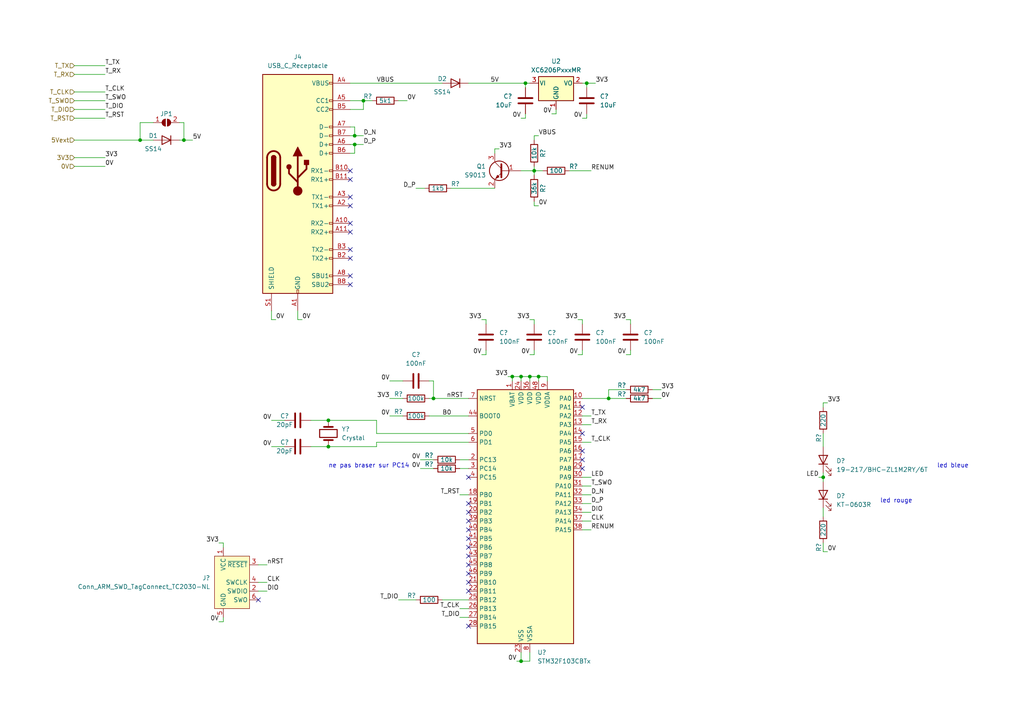
<source format=kicad_sch>
(kicad_sch (version 20230121) (generator eeschema)
  (paper "A4")
  (lib_symbols
    (symbol "Connector:Conn_ARM_SWD_TagConnect_TC2030-NL" (in_bom no)
      (property "Reference" "J" (at 2.54 11.43 0))
      (property "Value" "Conn_ARM_SWD_TagConnect_TC2030-NL" (at 2.54 8.89 0))
      (symbol "Conn_ARM_SWD_TagConnect_TC2030-NL_0_0"
        (pin power_in line (at -2.54 10.16 270) (length 2.54) (name "VCC") (number "1"))
        (pin bidirectional line (at 7.62 -2.54 180) (length 2.54) (name "SWDIO") (number "2"))
        (pin open_collector line (at 7.62 5.08 180) (length 2.54) (name "~{RESET}") (number "3"))
        (pin output line (at 7.62 0 180) (length 2.54) (name "SWCLK") (number "4"))
        (pin power_in line (at -2.54 -10.16 90) (length 2.54) (name "GND") (number "5"))
        (pin input line (at 7.62 -5.08 180) (length 2.54) (name "SWO") (number "6"))
      )
      (symbol "Conn_ARM_SWD_TagConnect_TC2030-NL_0_1"
        (rectangle (start -5.08 7.62) (end 5.08 -7.62) (fill (type background)))
      )
    )
    (symbol "Connector:USB_C_Receptacle" (pin_names (offset 1.016))
      (property "Reference" "J" (at -10.16 29.21 0))
      (property "Value" "USB_C_Receptacle" (at 10.16 29.21 0))
      (symbol "USB_C_Receptacle_0_0"
        (rectangle (start -0.254 -35.56) (end 0.254 -34.544))
        (rectangle (start 10.16 -32.766) (end 9.144 -33.274))
        (rectangle (start 10.16 -30.226) (end 9.144 -30.734))
        (rectangle (start 10.16 -25.146) (end 9.144 -25.654))
        (rectangle (start 10.16 -22.606) (end 9.144 -23.114))
        (rectangle (start 10.16 -17.526) (end 9.144 -18.034))
        (rectangle (start 10.16 -14.986) (end 9.144 -15.494))
        (rectangle (start 10.16 -9.906) (end 9.144 -10.414))
        (rectangle (start 10.16 -7.366) (end 9.144 -7.874))
        (rectangle (start 10.16 -2.286) (end 9.144 -2.794))
        (rectangle (start 10.16 0.254) (end 9.144 -0.254))
        (rectangle (start 10.16 5.334) (end 9.144 4.826))
        (rectangle (start 10.16 7.874) (end 9.144 7.366))
        (rectangle (start 10.16 10.414) (end 9.144 9.906))
        (rectangle (start 10.16 12.954) (end 9.144 12.446))
        (rectangle (start 10.16 18.034) (end 9.144 17.526))
        (rectangle (start 10.16 20.574) (end 9.144 20.066))
        (rectangle (start 10.16 25.654) (end 9.144 25.146))
      )
      (symbol "USB_C_Receptacle_0_1"
        (rectangle (start -10.16 27.94) (end 10.16 -35.56) (stroke (width 0.254)) (fill (type background)))
        (arc (start -8.89 -3.81) (mid -6.985 -5.7067) (end -5.08 -3.81) (stroke (width 0.508)))
        (arc (start -7.62 -3.81) (mid -6.985 -4.4423) (end -6.35 -3.81) (stroke (width 0.254)))
        (arc (start -7.62 -3.81) (mid -6.985 -4.4423) (end -6.35 -3.81) (stroke (width 0.254)) (fill (type outline)))
        (rectangle (start -7.62 -3.81) (end -6.35 3.81) (stroke (width 0.254)) (fill (type outline)))
        (arc (start -6.35 3.81) (mid -6.985 4.4423) (end -7.62 3.81) (stroke (width 0.254)))
        (arc (start -6.35 3.81) (mid -6.985 4.4423) (end -7.62 3.81) (stroke (width 0.254)) (fill (type outline)))
        (arc (start -5.08 3.81) (mid -6.985 5.7067) (end -8.89 3.81) (stroke (width 0.508)))
        (polyline (pts (xy -8.89 -3.81) (xy -8.89 3.81)) (stroke (width 0.508)))
        (polyline (pts (xy -5.08 3.81) (xy -5.08 -3.81)) (stroke (width 0.508)))
      )
      (symbol "USB_C_Receptacle_1_1"
        (circle (center -2.54 1.143) (radius 0.635) (stroke (width 0.254)) (fill (type outline)))
        (circle (center 0 -5.842) (radius 1.27) (fill (type outline)))
        (polyline (pts (xy 0 -5.842) (xy 0 4.318)) (stroke (width 0.508)))
        (polyline (pts (xy 0 -3.302) (xy -2.54 -0.762) (xy -2.54 0.508)) (stroke (width 0.508)))
        (polyline (pts (xy 0 -2.032) (xy 2.54 0.508) (xy 2.54 1.778)) (stroke (width 0.508)))
        (polyline (pts (xy -1.27 4.318) (xy 0 6.858) (xy 1.27 4.318) (xy -1.27 4.318)) (stroke (width 0.254)) (fill (type outline)))
        (rectangle (start 1.905 1.778) (end 3.175 3.048) (stroke (width 0.254)) (fill (type outline)))
        (pin passive line (at 0 -40.64 90) (length 5.08) (name "GND") (number "A1"))
        (pin bidirectional line (at 15.24 -15.24 180) (length 5.08) (name "RX2-") (number "A10"))
        (pin bidirectional line (at 15.24 -17.78 180) (length 5.08) (name "RX2+") (number "A11"))
        (pin passive line (at 0 -40.64 90) (length 5.08) hide (name "GND") (number "A12"))
        (pin bidirectional line (at 15.24 -10.16 180) (length 5.08) (name "TX1+") (number "A2"))
        (pin bidirectional line (at 15.24 -7.62 180) (length 5.08) (name "TX1-") (number "A3"))
        (pin passive line (at 15.24 25.4 180) (length 5.08) (name "VBUS") (number "A4"))
        (pin bidirectional line (at 15.24 20.32 180) (length 5.08) (name "CC1") (number "A5"))
        (pin bidirectional line (at 15.24 7.62 180) (length 5.08) (name "D+") (number "A6"))
        (pin bidirectional line (at 15.24 12.7 180) (length 5.08) (name "D-") (number "A7"))
        (pin bidirectional line (at 15.24 -30.48 180) (length 5.08) (name "SBU1") (number "A8"))
        (pin passive line (at 15.24 25.4 180) (length 5.08) hide (name "VBUS") (number "A9"))
        (pin passive line (at 0 -40.64 90) (length 5.08) hide (name "GND") (number "B1"))
        (pin bidirectional line (at 15.24 0 180) (length 5.08) (name "RX1-") (number "B10"))
        (pin bidirectional line (at 15.24 -2.54 180) (length 5.08) (name "RX1+") (number "B11"))
        (pin passive line (at 0 -40.64 90) (length 5.08) hide (name "GND") (number "B12"))
        (pin bidirectional line (at 15.24 -25.4 180) (length 5.08) (name "TX2+") (number "B2"))
        (pin bidirectional line (at 15.24 -22.86 180) (length 5.08) (name "TX2-") (number "B3"))
        (pin passive line (at 15.24 25.4 180) (length 5.08) hide (name "VBUS") (number "B4"))
        (pin bidirectional line (at 15.24 17.78 180) (length 5.08) (name "CC2") (number "B5"))
        (pin bidirectional line (at 15.24 5.08 180) (length 5.08) (name "D+") (number "B6"))
        (pin bidirectional line (at 15.24 10.16 180) (length 5.08) (name "D-") (number "B7"))
        (pin bidirectional line (at 15.24 -33.02 180) (length 5.08) (name "SBU2") (number "B8"))
        (pin passive line (at 15.24 25.4 180) (length 5.08) hide (name "VBUS") (number "B9"))
        (pin passive line (at -7.62 -40.64 90) (length 5.08) (name "SHIELD") (number "S1"))
      )
    )
    (symbol "Device:C" (pin_numbers hide) (pin_names (offset 0.254))
      (property "Reference" "C" (at 0.635 2.54 0))
      (property "Value" "C" (at 0.635 -2.54 0))
      (symbol "C_0_1"
        (polyline (pts (xy -2.032 -0.762) (xy 2.032 -0.762)) (stroke (width 0.508)))
        (polyline (pts (xy -2.032 0.762) (xy 2.032 0.762)) (stroke (width 0.508)))
      )
      (symbol "C_1_1"
        (pin passive line (at 0 3.81 270) (length 2.794) (name "~") (number "1"))
        (pin passive line (at 0 -3.81 90) (length 2.794) (name "~") (number "2"))
      )
    )
    (symbol "Device:Crystal" (pin_numbers hide) (pin_names (offset 1.016) hide)
      (property "Reference" "Y" (at 0 3.81 0))
      (property "Value" "Crystal" (at 0 -3.81 0))
      (symbol "Crystal_0_1"
        (rectangle (start -1.143 2.54) (end 1.143 -2.54) (stroke (width 0.3048)))
        (polyline (pts (xy -2.54 0) (xy -1.905 0)))
        (polyline (pts (xy -1.905 -1.27) (xy -1.905 1.27)) (stroke (width 0.508)))
        (polyline (pts (xy 1.905 -1.27) (xy 1.905 1.27)) (stroke (width 0.508)))
        (polyline (pts (xy 2.54 0) (xy 1.905 0)))
      )
      (symbol "Crystal_1_1"
        (pin passive line (at -3.81 0 0) (length 1.27) (name "1") (number "1"))
        (pin passive line (at 3.81 0 180) (length 1.27) (name "2") (number "2"))
      )
    )
    (symbol "Device:D" (pin_numbers hide) (pin_names (offset 1.016) hide)
      (property "Reference" "D" (at 0 2.54 0))
      (property "Value" "D" (at 0 -2.54 0))
      (symbol "D_0_1"
        (polyline (pts (xy -1.27 1.27) (xy -1.27 -1.27)) (stroke (width 0.254)))
        (polyline (pts (xy 1.27 0) (xy -1.27 0)))
        (polyline (pts (xy 1.27 1.27) (xy 1.27 -1.27) (xy -1.27 0) (xy 1.27 1.27)) (stroke (width 0.254)))
      )
      (symbol "D_1_1"
        (pin passive line (at -3.81 0 0) (length 2.54) (name "K") (number "1"))
        (pin passive line (at 3.81 0 180) (length 2.54) (name "A") (number "2"))
      )
    )
    (symbol "Device:LED" (pin_numbers hide) (pin_names (offset 1.016) hide)
      (property "Reference" "D" (at 0 2.54 0))
      (property "Value" "LED" (at 0 -2.54 0))
      (symbol "LED_0_1"
        (polyline (pts (xy -1.27 -1.27) (xy -1.27 1.27)) (stroke (width 0.254)))
        (polyline (pts (xy -1.27 0) (xy 1.27 0)))
        (polyline (pts (xy 1.27 -1.27) (xy 1.27 1.27) (xy -1.27 0) (xy 1.27 -1.27)) (stroke (width 0.254)))
        (polyline (pts (xy -3.048 -0.762) (xy -4.572 -2.286) (xy -3.81 -2.286) (xy -4.572 -2.286) (xy -4.572 -1.524)))
        (polyline (pts (xy -1.778 -0.762) (xy -3.302 -2.286) (xy -2.54 -2.286) (xy -3.302 -2.286) (xy -3.302 -1.524)))
      )
      (symbol "LED_1_1"
        (pin passive line (at -3.81 0 0) (length 2.54) (name "K") (number "1"))
        (pin passive line (at 3.81 0 180) (length 2.54) (name "A") (number "2"))
      )
    )
    (symbol "Device:R" (pin_numbers hide) (pin_names (offset 0))
      (property "Reference" "R" (at 2.032 0 90))
      (property "Value" "R" (at 0 0 90))
      (symbol "R_0_1"
        (rectangle (start -1.016 -2.54) (end 1.016 2.54) (stroke (width 0.254)))
      )
      (symbol "R_1_1"
        (pin passive line (at 0 3.81 270) (length 1.27) (name "~") (number "1"))
        (pin passive line (at 0 -3.81 90) (length 1.27) (name "~") (number "2"))
      )
    )
    (symbol "Jumper:SolderJumper_2_Open" (pin_names (offset 0) hide)
      (property "Reference" "JP" (at 0 2.032 0))
      (property "Value" "SolderJumper_2_Open" (at 0 -2.54 0))
      (symbol "SolderJumper_2_Open_0_1"
        (arc (start -0.254 1.016) (mid -1.2656 0) (end -0.254 -1.016))
        (arc (start -0.254 1.016) (mid -1.2656 0) (end -0.254 -1.016) (fill (type outline)))
        (polyline (pts (xy -0.254 1.016) (xy -0.254 -1.016)))
        (polyline (pts (xy 0.254 1.016) (xy 0.254 -1.016)))
        (arc (start 0.254 -1.016) (mid 1.2656 0) (end 0.254 1.016))
        (arc (start 0.254 -1.016) (mid 1.2656 0) (end 0.254 1.016) (fill (type outline)))
      )
      (symbol "SolderJumper_2_Open_1_1"
        (pin passive line (at -3.81 0 0) (length 2.54) (name "A") (number "1"))
        (pin passive line (at 3.81 0 180) (length 2.54) (name "B") (number "2"))
      )
    )
    (symbol "MCU_ST_STM32F1:STM32F103CBTx"
      (property "Reference" "U" (at -12.7 39.37 0))
      (property "Value" "STM32F103CBTx" (at 10.16 39.37 0))
      (symbol "STM32F103CBTx_0_1"
        (rectangle (start -12.7 -35.56) (end 15.24 38.1) (stroke (width 0.254)) (fill (type background)))
      )
      (symbol "STM32F103CBTx_1_1"
        (pin power_in line (at -2.54 40.64 270) (length 2.54) (name "VBAT") (number "1"))
        (pin bidirectional line (at 17.78 35.56 180) (length 2.54) (name "PA0") (number "10"))
        (pin bidirectional line (at 17.78 33.02 180) (length 2.54) (name "PA1") (number "11"))
        (pin bidirectional line (at 17.78 30.48 180) (length 2.54) (name "PA2") (number "12"))
        (pin bidirectional line (at 17.78 27.94 180) (length 2.54) (name "PA3") (number "13"))
        (pin bidirectional line (at 17.78 25.4 180) (length 2.54) (name "PA4") (number "14"))
        (pin bidirectional line (at 17.78 22.86 180) (length 2.54) (name "PA5") (number "15"))
        (pin bidirectional line (at 17.78 20.32 180) (length 2.54) (name "PA6") (number "16"))
        (pin bidirectional line (at 17.78 17.78 180) (length 2.54) (name "PA7") (number "17"))
        (pin bidirectional line (at -15.24 7.62 0) (length 2.54) (name "PB0") (number "18"))
        (pin bidirectional line (at -15.24 5.08 0) (length 2.54) (name "PB1") (number "19"))
        (pin bidirectional line (at -15.24 17.78 0) (length 2.54) (name "PC13") (number "2"))
        (pin bidirectional line (at -15.24 2.54 0) (length 2.54) (name "PB2") (number "20"))
        (pin bidirectional line (at -15.24 -17.78 0) (length 2.54) (name "PB10") (number "21"))
        (pin bidirectional line (at -15.24 -20.32 0) (length 2.54) (name "PB11") (number "22"))
        (pin power_in line (at 0 -38.1 90) (length 2.54) (name "VSS") (number "23"))
        (pin power_in line (at 0 40.64 270) (length 2.54) (name "VDD") (number "24"))
        (pin bidirectional line (at -15.24 -22.86 0) (length 2.54) (name "PB12") (number "25"))
        (pin bidirectional line (at -15.24 -25.4 0) (length 2.54) (name "PB13") (number "26"))
        (pin bidirectional line (at -15.24 -27.94 0) (length 2.54) (name "PB14") (number "27"))
        (pin bidirectional line (at -15.24 -30.48 0) (length 2.54) (name "PB15") (number "28"))
        (pin bidirectional line (at 17.78 15.24 180) (length 2.54) (name "PA8") (number "29"))
        (pin bidirectional line (at -15.24 15.24 0) (length 2.54) (name "PC14") (number "3"))
        (pin bidirectional line (at 17.78 12.7 180) (length 2.54) (name "PA9") (number "30"))
        (pin bidirectional line (at 17.78 10.16 180) (length 2.54) (name "PA10") (number "31"))
        (pin bidirectional line (at 17.78 7.62 180) (length 2.54) (name "PA11") (number "32"))
        (pin bidirectional line (at 17.78 5.08 180) (length 2.54) (name "PA12") (number "33"))
        (pin bidirectional line (at 17.78 2.54 180) (length 2.54) (name "PA13") (number "34"))
        (pin passive line (at 0 -38.1 90) (length 2.54) hide (name "VSS") (number "35"))
        (pin power_in line (at 2.54 40.64 270) (length 2.54) (name "VDD") (number "36"))
        (pin bidirectional line (at 17.78 0 180) (length 2.54) (name "PA14") (number "37"))
        (pin bidirectional line (at 17.78 -2.54 180) (length 2.54) (name "PA15") (number "38"))
        (pin bidirectional line (at -15.24 0 0) (length 2.54) (name "PB3") (number "39"))
        (pin bidirectional line (at -15.24 12.7 0) (length 2.54) (name "PC15") (number "4"))
        (pin bidirectional line (at -15.24 -2.54 0) (length 2.54) (name "PB4") (number "40"))
        (pin bidirectional line (at -15.24 -5.08 0) (length 2.54) (name "PB5") (number "41"))
        (pin bidirectional line (at -15.24 -7.62 0) (length 2.54) (name "PB6") (number "42"))
        (pin bidirectional line (at -15.24 -10.16 0) (length 2.54) (name "PB7") (number "43"))
        (pin input line (at -15.24 30.48 0) (length 2.54) (name "BOOT0") (number "44"))
        (pin bidirectional line (at -15.24 -12.7 0) (length 2.54) (name "PB8") (number "45"))
        (pin bidirectional line (at -15.24 -15.24 0) (length 2.54) (name "PB9") (number "46"))
        (pin passive line (at 0 -38.1 90) (length 2.54) hide (name "VSS") (number "47"))
        (pin power_in line (at 5.08 40.64 270) (length 2.54) (name "VDD") (number "48"))
        (pin bidirectional line (at -15.24 25.4 0) (length 2.54) (name "PD0") (number "5"))
        (pin bidirectional line (at -15.24 22.86 0) (length 2.54) (name "PD1") (number "6"))
        (pin input line (at -15.24 35.56 0) (length 2.54) (name "NRST") (number "7"))
        (pin power_in line (at 2.54 -38.1 90) (length 2.54) (name "VSSA") (number "8"))
        (pin power_in line (at 7.62 40.64 270) (length 2.54) (name "VDDA") (number "9"))
      )
    )
    (symbol "Regulator_Linear:XC6206PxxxMR" (pin_names (offset 0.254))
      (property "Reference" "U" (at -3.81 3.175 0))
      (property "Value" "XC6206PxxxMR" (at 0 3.175 0))
      (symbol "XC6206PxxxMR_0_1"
        (rectangle (start -5.08 1.905) (end 5.08 -5.08) (stroke (width 0.254)) (fill (type background)))
      )
      (symbol "XC6206PxxxMR_1_1"
        (pin power_in line (at 0 -7.62 90) (length 2.54) (name "GND") (number "1"))
        (pin power_out line (at 7.62 0 180) (length 2.54) (name "VO") (number "2"))
        (pin power_in line (at -7.62 0 0) (length 2.54) (name "VI") (number "3"))
      )
    )
    (symbol "Transistor_BJT:BC817" (pin_names (offset 0) hide)
      (property "Reference" "Q" (at 5.08 1.905 0))
      (property "Value" "BC817" (at 5.08 0 0))
      (symbol "BC817_0_1"
        (polyline (pts (xy 0.635 0.635) (xy 2.54 2.54)))
        (polyline (pts (xy 0.635 -0.635) (xy 2.54 -2.54) (xy 2.54 -2.54)))
        (polyline (pts (xy 0.635 1.905) (xy 0.635 -1.905) (xy 0.635 -1.905)) (stroke (width 0.508)))
        (polyline (pts (xy 1.27 -1.778) (xy 1.778 -1.27) (xy 2.286 -2.286) (xy 1.27 -1.778) (xy 1.27 -1.778)) (fill (type outline)))
        (circle (center 1.27 0) (radius 2.8194) (stroke (width 0.254)))
      )
      (symbol "BC817_1_1"
        (pin input line (at -5.08 0 0) (length 5.715) (name "B") (number "1"))
        (pin passive line (at 2.54 -5.08 90) (length 2.54) (name "E") (number "2"))
        (pin passive line (at 2.54 5.08 270) (length 2.54) (name "C") (number "3"))
      )
    )
  )
  (junction (at 154.94 49.53))
  (junction (at 40.64 40.64))
  (junction (at 95.25 121.92))
  (junction (at 151.13 191.77))
  (junction (at 95.25 129.54))
  (junction (at 125.73 115.57))
  (junction (at 151.13 109.22))
  (junction (at 152.4 24.13))
  (junction (at 153.67 109.22))
  (junction (at 102.87 39.37))
  (junction (at 170.18 24.13))
  (junction (at 176.53 115.57))
  (junction (at 105.41 29.21))
  (junction (at 156.21 109.22))
  (junction (at 102.87 41.91))
  (junction (at 238.76 138.43))
  (junction (at 148.59 109.22))
  (junction (at 53.34 40.64))
  (no_connect (at 101.6 82.55))
  (no_connect (at 168.91 133.35))
  (no_connect (at 168.91 125.73))
  (no_connect (at 135.89 151.13))
  (no_connect (at 168.91 135.89))
  (no_connect (at 135.89 158.75))
  (no_connect (at 135.89 148.59))
  (no_connect (at 135.89 168.91))
  (no_connect (at 168.91 118.11))
  (no_connect (at 135.89 138.43))
  (no_connect (at 101.6 52.07))
  (no_connect (at 101.6 59.69))
  (no_connect (at 135.89 153.67))
  (no_connect (at 135.89 166.37))
  (no_connect (at 135.89 146.05))
  (no_connect (at 135.89 171.45))
  (no_connect (at 101.6 80.01))
  (no_connect (at 101.6 67.31))
  (no_connect (at 135.89 181.61))
  (no_connect (at 101.6 64.77))
  (no_connect (at 135.89 156.21))
  (no_connect (at 135.89 163.83))
  (no_connect (at 135.89 161.29))
  (no_connect (at 168.91 130.81))
  (no_connect (at 101.6 57.15))
  (no_connect (at 101.6 49.53))
  (no_connect (at 101.6 74.93))
  (no_connect (at 101.6 72.39))
  (no_connect (at 74.93 173.99))
  (wire (pts (xy 102.87 39.37) (xy 105.41 39.37)))
  (wire (pts (xy 144.78 43.18) (xy 143.51 43.18)))
  (wire (pts (xy 21.59 29.21) (xy 30.48 29.21)))
  (wire (pts (xy 113.03 120.65) (xy 116.84 120.65)))
  (wire (pts (xy 151.13 34.29) (xy 152.4 34.29)))
  (wire (pts (xy 78.74 90.17) (xy 78.74 92.71)))
  (wire (pts (xy 109.22 129.54) (xy 109.22 128.27)))
  (wire (pts (xy 124.46 110.49) (xy 125.73 110.49)))
  (wire (pts (xy 153.67 92.71) (xy 154.94 92.71)))
  (wire (pts (xy 21.59 48.26) (xy 30.48 48.26)))
  (wire (pts (xy 182.88 92.71) (xy 182.88 93.98)))
  (wire (pts (xy 181.61 92.71) (xy 182.88 92.71)))
  (wire (pts (xy 74.93 163.83) (xy 77.47 163.83)))
  (wire (pts (xy 90.17 129.54) (xy 95.25 129.54)))
  (wire (pts (xy 78.74 129.54) (xy 82.55 129.54)))
  (wire (pts (xy 44.45 35.56) (xy 40.64 35.56)))
  (wire (pts (xy 154.94 59.69) (xy 156.21 59.69)))
  (wire (pts (xy 168.91 102.87) (xy 168.91 101.6)))
  (wire (pts (xy 168.91 140.97) (xy 171.45 140.97)))
  (wire (pts (xy 168.91 115.57) (xy 176.53 115.57)))
  (wire (pts (xy 101.6 39.37) (xy 102.87 39.37)))
  (wire (pts (xy 124.46 115.57) (xy 125.73 115.57)))
  (wire (pts (xy 121.92 133.35) (xy 125.73 133.35)))
  (wire (pts (xy 240.03 160.02) (xy 238.76 160.02)))
  (wire (pts (xy 151.13 49.53) (xy 154.94 49.53)))
  (wire (pts (xy 143.51 43.18) (xy 143.51 44.45)))
  (wire (pts (xy 181.61 113.03) (xy 176.53 113.03)))
  (wire (pts (xy 102.87 36.83) (xy 102.87 39.37)))
  (wire (pts (xy 101.6 24.13) (xy 128.27 24.13)))
  (wire (pts (xy 170.18 24.13) (xy 170.18 25.4)))
  (wire (pts (xy 168.91 138.43) (xy 171.45 138.43)))
  (wire (pts (xy 86.36 92.71) (xy 87.63 92.71)))
  (wire (pts (xy 168.91 34.29) (xy 170.18 34.29)))
  (wire (pts (xy 40.64 40.64) (xy 44.45 40.64)))
  (wire (pts (xy 86.36 90.17) (xy 86.36 92.71)))
  (wire (pts (xy 156.21 109.22) (xy 156.21 110.49)))
  (wire (pts (xy 238.76 125.73) (xy 238.76 129.54)))
  (wire (pts (xy 140.97 102.87) (xy 140.97 101.6)))
  (wire (pts (xy 139.7 102.87) (xy 140.97 102.87)))
  (wire (pts (xy 125.73 115.57) (xy 135.89 115.57)))
  (wire (pts (xy 78.74 92.71) (xy 80.01 92.71)))
  (wire (pts (xy 168.91 24.13) (xy 170.18 24.13)))
  (wire (pts (xy 133.35 143.51) (xy 135.89 143.51)))
  (wire (pts (xy 64.77 157.48) (xy 64.77 158.75)))
  (wire (pts (xy 152.4 24.13) (xy 152.4 25.4)))
  (wire (pts (xy 168.91 148.59) (xy 171.45 148.59)))
  (wire (pts (xy 124.46 120.65) (xy 135.89 120.65)))
  (wire (pts (xy 154.94 102.87) (xy 154.94 101.6)))
  (wire (pts (xy 109.22 125.73) (xy 135.89 125.73)))
  (wire (pts (xy 63.5 157.48) (xy 64.77 157.48)))
  (wire (pts (xy 238.76 147.32) (xy 238.76 149.86)))
  (wire (pts (xy 21.59 40.64) (xy 40.64 40.64)))
  (wire (pts (xy 95.25 121.92) (xy 109.22 121.92)))
  (wire (pts (xy 53.34 35.56) (xy 53.34 40.64)))
  (wire (pts (xy 105.41 29.21) (xy 107.95 29.21)))
  (wire (pts (xy 115.57 173.99) (xy 120.65 173.99)))
  (wire (pts (xy 168.91 92.71) (xy 168.91 93.98)))
  (wire (pts (xy 154.94 58.42) (xy 154.94 59.69)))
  (wire (pts (xy 115.57 29.21) (xy 118.11 29.21)))
  (wire (pts (xy 101.6 31.75) (xy 105.41 31.75)))
  (wire (pts (xy 154.94 92.71) (xy 154.94 93.98)))
  (wire (pts (xy 168.91 146.05) (xy 171.45 146.05)))
  (wire (pts (xy 161.29 31.75) (xy 161.29 33.02)))
  (wire (pts (xy 101.6 44.45) (xy 102.87 44.45)))
  (wire (pts (xy 135.89 24.13) (xy 152.4 24.13)))
  (wire (pts (xy 151.13 189.23) (xy 151.13 191.77)))
  (wire (pts (xy 21.59 34.29) (xy 30.48 34.29)))
  (wire (pts (xy 78.74 121.92) (xy 82.55 121.92)))
  (wire (pts (xy 238.76 157.48) (xy 238.76 160.02)))
  (wire (pts (xy 120.65 54.61) (xy 123.19 54.61)))
  (wire (pts (xy 21.59 26.67) (xy 30.48 26.67)))
  (wire (pts (xy 153.67 189.23) (xy 153.67 191.77)))
  (wire (pts (xy 40.64 35.56) (xy 40.64 40.64)))
  (wire (pts (xy 168.91 123.19) (xy 171.45 123.19)))
  (wire (pts (xy 21.59 21.59) (xy 30.48 21.59)))
  (wire (pts (xy 133.35 135.89) (xy 135.89 135.89)))
  (wire (pts (xy 74.93 171.45) (xy 77.47 171.45)))
  (wire (pts (xy 109.22 128.27) (xy 135.89 128.27)))
  (wire (pts (xy 152.4 34.29) (xy 152.4 33.02)))
  (wire (pts (xy 133.35 176.53) (xy 135.89 176.53)))
  (wire (pts (xy 176.53 113.03) (xy 176.53 115.57)))
  (wire (pts (xy 238.76 138.43) (xy 238.76 139.7)))
  (wire (pts (xy 153.67 109.22) (xy 156.21 109.22)))
  (wire (pts (xy 140.97 92.71) (xy 140.97 93.98)))
  (wire (pts (xy 148.59 109.22) (xy 151.13 109.22)))
  (wire (pts (xy 168.91 128.27) (xy 171.45 128.27)))
  (wire (pts (xy 21.59 45.72) (xy 30.48 45.72)))
  (wire (pts (xy 102.87 41.91) (xy 105.41 41.91)))
  (wire (pts (xy 64.77 180.34) (xy 64.77 179.07)))
  (wire (pts (xy 139.7 92.71) (xy 140.97 92.71)))
  (wire (pts (xy 238.76 137.16) (xy 238.76 138.43)))
  (wire (pts (xy 109.22 121.92) (xy 109.22 125.73)))
  (wire (pts (xy 170.18 24.13) (xy 172.72 24.13)))
  (wire (pts (xy 176.53 115.57) (xy 181.61 115.57)))
  (wire (pts (xy 154.94 48.26) (xy 154.94 49.53)))
  (wire (pts (xy 101.6 36.83) (xy 102.87 36.83)))
  (wire (pts (xy 167.64 102.87) (xy 168.91 102.87)))
  (wire (pts (xy 90.17 121.92) (xy 95.25 121.92)))
  (wire (pts (xy 74.93 168.91) (xy 77.47 168.91)))
  (wire (pts (xy 133.35 133.35) (xy 135.89 133.35)))
  (wire (pts (xy 238.76 116.84) (xy 240.03 116.84)))
  (wire (pts (xy 167.64 92.71) (xy 168.91 92.71)))
  (wire (pts (xy 181.61 102.87) (xy 182.88 102.87)))
  (wire (pts (xy 189.23 113.03) (xy 191.77 113.03)))
  (wire (pts (xy 154.94 39.37) (xy 154.94 40.64)))
  (wire (pts (xy 154.94 49.53) (xy 157.48 49.53)))
  (wire (pts (xy 154.94 49.53) (xy 154.94 50.8)))
  (wire (pts (xy 121.92 135.89) (xy 125.73 135.89)))
  (wire (pts (xy 168.91 153.67) (xy 171.45 153.67)))
  (wire (pts (xy 168.91 151.13) (xy 171.45 151.13)))
  (wire (pts (xy 153.67 102.87) (xy 154.94 102.87)))
  (wire (pts (xy 113.03 115.57) (xy 116.84 115.57)))
  (wire (pts (xy 21.59 19.05) (xy 30.48 19.05)))
  (wire (pts (xy 63.5 180.34) (xy 64.77 180.34)))
  (wire (pts (xy 133.35 179.07) (xy 135.89 179.07)))
  (wire (pts (xy 189.23 115.57) (xy 191.77 115.57)))
  (wire (pts (xy 101.6 41.91) (xy 102.87 41.91)))
  (wire (pts (xy 113.03 110.49) (xy 116.84 110.49)))
  (wire (pts (xy 52.07 35.56) (xy 53.34 35.56)))
  (wire (pts (xy 128.27 173.99) (xy 135.89 173.99)))
  (wire (pts (xy 158.75 109.22) (xy 158.75 110.49)))
  (wire (pts (xy 170.18 34.29) (xy 170.18 33.02)))
  (wire (pts (xy 156.21 109.22) (xy 158.75 109.22)))
  (wire (pts (xy 130.81 54.61) (xy 143.51 54.61)))
  (wire (pts (xy 151.13 109.22) (xy 153.67 109.22)))
  (wire (pts (xy 95.25 129.54) (xy 109.22 129.54)))
  (wire (pts (xy 238.76 116.84) (xy 238.76 118.11)))
  (wire (pts (xy 156.21 39.37) (xy 154.94 39.37)))
  (wire (pts (xy 105.41 29.21) (xy 105.41 31.75)))
  (wire (pts (xy 125.73 110.49) (xy 125.73 115.57)))
  (wire (pts (xy 53.34 40.64) (xy 55.88 40.64)))
  (wire (pts (xy 102.87 41.91) (xy 102.87 44.45)))
  (wire (pts (xy 21.59 31.75) (xy 30.48 31.75)))
  (wire (pts (xy 168.91 143.51) (xy 171.45 143.51)))
  (wire (pts (xy 182.88 102.87) (xy 182.88 101.6)))
  (wire (pts (xy 147.32 109.22) (xy 148.59 109.22)))
  (wire (pts (xy 149.86 191.77) (xy 151.13 191.77)))
  (wire (pts (xy 165.1 49.53) (xy 171.45 49.53)))
  (wire (pts (xy 151.13 109.22) (xy 151.13 110.49)))
  (wire (pts (xy 168.91 120.65) (xy 171.45 120.65)))
  (wire (pts (xy 151.13 191.77) (xy 153.67 191.77)))
  (wire (pts (xy 101.6 29.21) (xy 105.41 29.21)))
  (wire (pts (xy 153.67 24.13) (xy 152.4 24.13)))
  (wire (pts (xy 52.07 40.64) (xy 53.34 40.64)))
  (wire (pts (xy 160.02 33.02) (xy 161.29 33.02)))
  (wire (pts (xy 237.49 138.43) (xy 238.76 138.43)))
  (wire (pts (xy 148.59 109.22) (xy 148.59 110.49)))
  (wire (pts (xy 153.67 109.22) (xy 153.67 110.49)))
  (text "led bleue" (at 271.78 135.89 0) (effects (font (size 1.27 1.27)) (justify left bottom)))
  (text "ne pas braser sur PC14" (at 95.25 135.89 0) (effects (font (size 1.27 1.27)) (justify left bottom)))
  (text "led rouge" (at 255.27 146.05 0) (effects (font (size 1.27 1.27)) (justify left bottom)))
  (label "VBUS" (at 156.21 39.37 0))
  (label "nRST" (at 129.54 115.57 0))
  (label "B0" (at 128.27 120.65 0))
  (label "CLK" (at 171.45 151.13 0))
  (label "0V" (at 151.13 34.29 180))
  (label "D_N" (at 171.45 143.51 0))
  (label "LED" (at 171.45 138.43 0))
  (label "RENUM" (at 171.45 49.53 0))
  (label "nRST" (at 77.47 163.83 0))
  (label "0V" (at 121.92 135.89 180))
  (label "T_CLK" (at 133.35 176.53 180))
  (label "0V" (at 30.48 48.26 0))
  (label "D_N" (at 105.41 39.37 0))
  (label "0V" (at 121.92 133.35 180))
  (label "T_SWO" (at 171.45 140.97 0))
  (label "T_TX" (at 30.48 19.05 0))
  (label "T_RX" (at 30.48 21.59 0))
  (label "3V3" (at 181.61 92.71 180))
  (label "0V" (at 63.5 180.34 180))
  (label "3V3" (at 147.32 109.22 180))
  (label "0V" (at 113.03 120.65 180))
  (label "VBUS" (at 109.22 24.13 0))
  (label "3V3" (at 144.78 43.18 0))
  (label "0V" (at 181.61 102.87 180))
  (label "0V" (at 113.03 110.49 180))
  (label "3V3" (at 30.48 45.72 0))
  (label "T_SWO" (at 30.48 29.21 0))
  (label "0V" (at 139.7 102.87 180))
  (label "0V" (at 78.74 129.54 180))
  (label "0V" (at 160.02 33.02 180))
  (label "0V" (at 167.64 102.87 180))
  (label "0V" (at 191.77 115.57 0))
  (label "LED" (at 237.49 138.43 180))
  (label "T_RX" (at 171.45 123.19 0))
  (label "3V3" (at 63.5 157.48 180))
  (label "T_CLK" (at 171.45 128.27 0))
  (label "D_P" (at 171.45 146.05 0))
  (label "3V3" (at 153.67 92.71 180))
  (label "3V3" (at 113.03 115.57 180))
  (label "3V3" (at 139.7 92.71 180))
  (label "DIO" (at 171.45 148.59 0))
  (label "T_RST" (at 133.35 143.51 180))
  (label "T_DIO" (at 133.35 179.07 180))
  (label "0V" (at 118.11 29.21 0))
  (label "T_DIO" (at 30.48 31.75 0))
  (label "T_RST" (at 30.48 34.29 0))
  (label "T_DIO" (at 115.57 173.99 180))
  (label "3V3" (at 191.77 113.03 0))
  (label "T_TX" (at 171.45 120.65 0))
  (label "D_P" (at 105.41 41.91 0))
  (label "0V" (at 78.74 121.92 180))
  (label "0V" (at 240.03 160.02 0))
  (label "0V" (at 149.86 191.77 180))
  (label "3V3" (at 167.64 92.71 180))
  (label "0V" (at 168.91 34.29 180))
  (label "D_P" (at 120.65 54.61 180))
  (label "T_CLK" (at 30.48 26.67 0))
  (label "0V" (at 80.01 92.71 0))
  (label "0V" (at 153.67 102.87 180))
  (label "RENUM" (at 171.45 153.67 0))
  (label "3V3" (at 172.72 24.13 0))
  (label "DIO" (at 77.47 171.45 0))
  (label "5V" (at 142.24 24.13 0))
  (label "CLK" (at 77.47 168.91 0))
  (label "3V3" (at 240.03 116.84 0))
  (label "0V" (at 156.21 59.69 0))
  (label "0V" (at 87.63 92.71 0))
  (label "5V" (at 55.88 40.64 0))
  (hierarchical_label "T_CLK" (shape input) (at 21.59 26.67 180))
  (hierarchical_label "0V" (shape input) (at 21.59 48.26 180))
  (hierarchical_label "T_TX" (shape input) (at 21.59 19.05 180))
  (hierarchical_label "T_DIO" (shape input) (at 21.59 31.75 180))
  (hierarchical_label "T_SWO" (shape input) (at 21.59 29.21 180))
  (hierarchical_label "T_RX" (shape input) (at 21.59 21.59 180))
  (hierarchical_label "3V3" (shape input) (at 21.59 45.72 180))
  (hierarchical_label "5Vext" (shape input) (at 21.59 40.64 180))
  (hierarchical_label "T_RST" (shape input) (at 21.59 34.29 180))
  (symbol (lib_id "Device:R") (at 120.65 120.65 90) (unit 1)
    (property "Reference" "R?" (at 115.57 119.38 90))
    (property "Value" "100k" (at 120.65 120.65 90))
    (property "Footprint" "Resistor_SMD:R_0603_1608Metric" (effects hide))
    (property "LCSC" "C25803" (effects hide))
    (instances (project "Ultrogothe" (path "" (reference "R?") (unit 1)) (path "" (reference "R3") (unit 1))))
  )
  (symbol (lib_id "Device:C") (at 168.91 97.79 180) (unit 1)
    (property "Reference" "C?" (at 172.72 96.52 0) (effects (justify right)))
    (property "Value" "100nF" (at 172.72 99.06 0) (effects (justify right)))
    (property "Footprint" "Capacitor_SMD:C_0603_1608Metric" (effects hide))
    (property "LCSC" "C14663" (effects hide))
    (instances (project "Ultrogothe" (path "" (reference "C?") (unit 1)) (path "" (reference "C7") (unit 1))))
  )
  (symbol (lib_id "Device:Crystal") (at 95.25 125.73 90) (unit 1)
    (property "Reference" "Y?" (at 99.06 124.46 90) (effects (justify right)))
    (property "Value" "Crystal" (at 99.06 127 90) (effects (justify right)))
    (property "Footprint" "Crystal:Crystal_SMD_5032-2Pin_5.0x3.2mm" (effects hide))
    (property "LCSC" "C115962" (effects hide))
    (instances (project "Ultrogothe" (path "" (reference "Y?") (unit 1)) (path "" (reference "Y1") (unit 1))))
  )
  (symbol (lib_id "Device:R") (at 154.94 54.61 180) (unit 1)
    (property "Reference" "R?" (at 157.48 54.61 90))
    (property "Value" "36k" (at 154.94 54.61 90))
    (property "Footprint" "Resistor_SMD:R_0603_1608Metric" (effects hide))
    (property "LCSC" "C23147" (effects hide))
    (instances (project "Ultrogothe" (path "" (reference "R?") (unit 1)) (path "" (reference "R9") (unit 1))))
  )
  (symbol (lib_id "MCU_ST_STM32F1:STM32F103CBTx") (at 151.13 151.13 0) (unit 1)
    (property "Reference" "U?" (at 155.8641 189.23 0) (effects (justify left)))
    (property "Value" "STM32F103CBTx" (at 155.8641 191.77 0) (effects (justify left)))
    (property "Footprint" "Package_QFP:LQFP-48_7x7mm_P0.5mm" (effects hide))
    (property "Datasheet" "https://www.st.com/resource/en/datasheet/stm32f103cb.pdf" (effects hide))
    (property "LCSC" "C8304" (effects hide))
    (instances (project "Ultrogothe" (path "" (reference "U?") (unit 1)) (path "" (reference "U1") (unit 1))))
  )
  (symbol (lib_id "Device:R") (at 238.76 153.67 180) (unit 1)
    (property "Reference" "R?" (at 237.49 158.75 90))
    (property "Value" "220" (at 238.76 153.67 90))
    (property "Footprint" "Resistor_SMD:R_0603_1608Metric" (effects hide))
    (property "LCSC" "C22962" (effects hide))
    (instances (project "Ultrogothe" (path "" (reference "R?") (unit 1)) (path "" (reference "R14") (unit 1))))
  )
  (symbol (lib_id "Device:R") (at 238.76 121.92 180) (unit 1)
    (property "Reference" "R?" (at 237.49 127 90))
    (property "Value" "220" (at 238.76 121.92 90))
    (property "Footprint" "Resistor_SMD:R_0603_1608Metric" (effects hide))
    (property "LCSC" "C22962" (effects hide))
    (instances (project "Ultrogothe" (path "" (reference "R?") (unit 1)) (path "" (reference "R13") (unit 1))))
  )
  (symbol (lib_id "Device:R") (at 127 54.61 270) (unit 1)
    (property "Reference" "R?" (at 132.08 53.34 90))
    (property "Value" "1k5" (at 127 54.61 90))
    (property "Footprint" "Resistor_SMD:R_0603_1608Metric" (effects hide))
    (property "LCSC" "C22843" (effects hide))
    (instances (project "Ultrogothe" (path "" (reference "R?") (unit 1)) (path "" (reference "R5") (unit 1))))
  )
  (symbol (lib_id "Connector:Conn_ARM_SWD_TagConnect_TC2030-NL") (at 67.31 168.91 0) (unit 1) (in_bom no)
    (property "Reference" "J?" (at 60.96 167.64 0) (effects (justify right)))
    (property "Value" "Conn_ARM_SWD_TagConnect_TC2030-NL" (at 60.96 170.18 0) (effects (justify right)))
    (property "Footprint" "Connector:Tag-Connect_TC2030-IDC-NL_2x03_P1.27mm_Vertical" (effects hide))
    (property "Datasheet" "https://www.tag-connect.com/wp-content/uploads/bsk-pdf-manager/TC2030-CTX_1.pdf" (effects hide))
    (instances (project "Ultrogothe" (path "" (reference "J?") (unit 1)) (path "" (reference "J3") (unit 1))))
  )
  (symbol (lib_id "Device:C") (at 152.4 29.21 0) (mirror x) (unit 1)
    (property "Reference" "C?" (at 148.59 27.94 0) (effects (justify right)))
    (property "Value" "10uF" (at 148.59 30.48 0) (effects (justify right)))
    (property "Footprint" "Capacitor_SMD:C_0805_2012Metric" (effects hide))
    (property "LCSC" "C15850" (effects hide))
    (instances (project "Ultrogothe" (path "" (reference "C?") (unit 1)) (path "" (reference "C5") (unit 1))))
  )
  (symbol (lib_id "Device:C") (at 170.18 29.21 180) (unit 1)
    (property "Reference" "C?" (at 173.99 27.94 0) (effects (justify right)))
    (property "Value" "10uF" (at 173.99 30.48 0) (effects (justify right)))
    (property "Footprint" "Capacitor_SMD:C_0805_2012Metric" (effects hide))
    (property "LCSC" "C15850" (effects hide))
    (instances (project "Ultrogothe" (path "" (reference "C?") (unit 1)) (path "" (reference "C8") (unit 1))))
  )
  (symbol (lib_id "Device:C") (at 86.36 121.92 90) (unit 1)
    (property "Reference" "C?" (at 82.55 120.65 90))
    (property "Value" "20pF" (at 82.55 123.19 90))
    (property "Footprint" "Capacitor_SMD:C_0603_1608Metric" (effects hide))
    (property "LCSC" "C1648" (effects hide))
    (instances (project "Ultrogothe" (path "" (reference "C?") (unit 1)) (path "" (reference "C1") (unit 1))))
  )
  (symbol (lib_id "Device:R") (at 154.94 44.45 0) (unit 1)
    (property "Reference" "R?" (at 157.48 44.45 90))
    (property "Value" "10k" (at 154.94 44.45 90))
    (property "Footprint" "Resistor_SMD:R_0603_1608Metric" (effects hide))
    (property "LCSC" "C25804" (effects hide))
    (instances (project "Ultrogothe" (path "" (reference "R?") (unit 1)) (path "" (reference "R8") (unit 1))))
  )
  (symbol (lib_id "Device:R") (at 124.46 173.99 90) (unit 1)
    (property "Reference" "R?" (at 119.38 172.72 90))
    (property "Value" "100" (at 124.46 173.99 90))
    (property "Footprint" "Resistor_SMD:R_0603_1608Metric" (effects hide))
    (property "LCSC" "C22775" (effects hide))
    (instances (project "Ultrogothe" (path "" (reference "R?") (unit 1)) (path "" (reference "R4") (unit 1))))
  )
  (symbol (lib_id "Device:C") (at 86.36 129.54 90) (unit 1)
    (property "Reference" "C?" (at 82.55 128.27 90))
    (property "Value" "20pF" (at 82.55 130.81 90))
    (property "Footprint" "Capacitor_SMD:C_0603_1608Metric" (effects hide))
    (property "LCSC" "C1648" (effects hide))
    (instances (project "Ultrogothe" (path "" (reference "C?") (unit 1)) (path "" (reference "C2") (unit 1))))
  )
  (symbol (lib_id "Device:R") (at 129.54 133.35 90) (unit 1)
    (property "Reference" "R?" (at 124.46 132.08 90))
    (property "Value" "10k" (at 129.54 133.35 90))
    (property "Footprint" "Resistor_SMD:R_0603_1608Metric" (effects hide))
    (property "LCSC" "C25804" (effects hide))
    (instances (project "Ultrogothe" (path "" (reference "R?") (unit 1)) (path "" (reference "R6") (unit 1))))
  )
  (symbol (lib_id "Device:R") (at 129.54 135.89 90) (unit 1) (in_bom no)
    (property "Reference" "R?" (at 124.46 134.62 90))
    (property "Value" "10k" (at 129.54 135.89 90))
    (property "Footprint" "Resistor_SMD:R_0603_1608Metric" (effects hide))
    (property "LCSC" "C25804" (effects hide))
    (instances (project "Ultrogothe" (path "" (reference "R?") (unit 1)) (path "" (reference "R7") (unit 1))))
  )
  (symbol (lib_id "Device:R") (at 185.42 113.03 90) (unit 1)
    (property "Reference" "R?" (at 180.34 111.76 90))
    (property "Value" "4k7" (at 185.42 113.03 90))
    (property "Footprint" "Resistor_SMD:R_0603_1608Metric" (effects hide))
    (property "LCSC" "C23162" (effects hide))
    (instances (project "Ultrogothe" (path "" (reference "R?") (unit 1)) (path "" (reference "R11") (unit 1))))
  )
  (symbol (lib_id "Device:C") (at 140.97 97.79 180) (unit 1)
    (property "Reference" "C?" (at 144.78 96.52 0) (effects (justify right)))
    (property "Value" "100nF" (at 144.78 99.06 0) (effects (justify right)))
    (property "Footprint" "Capacitor_SMD:C_0603_1608Metric" (effects hide))
    (property "LCSC" "C14663" (effects hide))
    (instances (project "Ultrogothe" (path "" (reference "C?") (unit 1)) (path "" (reference "C4") (unit 1))))
  )
  (symbol (lib_id "Device:C") (at 154.94 97.79 180) (unit 1)
    (property "Reference" "C?" (at 158.75 96.52 0) (effects (justify right)))
    (property "Value" "100nF" (at 158.75 99.06 0) (effects (justify right)))
    (property "Footprint" "Capacitor_SMD:C_0603_1608Metric" (effects hide))
    (property "LCSC" "C14663" (effects hide))
    (instances (project "Ultrogothe" (path "" (reference "C?") (unit 1)) (path "" (reference "C6") (unit 1))))
  )
  (symbol (lib_id "Device:R") (at 120.65 115.57 90) (unit 1)
    (property "Reference" "R?" (at 115.57 114.3 90))
    (property "Value" "100k" (at 120.65 115.57 90))
    (property "Footprint" "Resistor_SMD:R_0603_1608Metric" (effects hide))
    (property "LCSC" "C25803" (effects hide))
    (instances (project "Ultrogothe" (path "" (reference "R?") (unit 1)) (path "" (reference "R2") (unit 1))))
  )
  (symbol (lib_id "Jumper:SolderJumper_2_Open") (at 48.26 35.56 0) (unit 1) (in_bom no)
    (property "Reference" "JP1" (at 48.26 33.02 0))
    (property "Value" "SolderJumper_2_Open" (effects hide))
    (property "Footprint" "Jumper:SolderJumper-2_P1.3mm_Open_TrianglePad1.0x1.5mm" (effects hide))
  )
  (symbol (lib_id "Connector:USB_C_Receptacle") (at 86.36 49.53 0) (unit 1)
    (property "Reference" "J4" (at 86.36 16.51 0))
    (property "Value" "USB_C_Receptacle" (at 86.36 19.05 0))
    (property "Footprint" "Connector_USB:USB_C_Receptacle_G-Switch_GT-USB-7010ASV" (effects hide))
    (property "Datasheet" "https://www.usb.org/sites/default/files/documents/usb_type-c.zip" (effects hide))
    (property "LCSC" "C3039324" (effects hide))
  )
  (symbol (lib_id "Regulator_Linear:XC6206PxxxMR") (at 161.29 24.13 0) (unit 1)
    (property "Reference" "U2" (at 161.29 17.78 0))
    (property "Value" "XC6206PxxxMR" (at 161.29 20.32 0))
    (property "Footprint" "Package_TO_SOT_SMD:SOT-23-3" (effects hide))
    (property "Datasheet" "https://www.torexsemi.com/file/xc6206/XC6206.pdf" (effects hide))
    (property "LCSC" "C5446" (effects hide))
  )
  (symbol (lib_id "Device:R") (at 161.29 49.53 270) (unit 1)
    (property "Reference" "R?" (at 166.37 48.26 90))
    (property "Value" "100" (at 161.29 49.53 90))
    (property "Footprint" "Resistor_SMD:R_0603_1608Metric" (effects hide))
    (property "LCSC" "C22775" (effects hide))
    (instances (project "Ultrogothe" (path "" (reference "R?") (unit 1)) (path "" (reference "R10") (unit 1))))
  )
  (symbol (lib_id "Device:LED") (at 238.76 143.51 90) (unit 1)
    (property "Reference" "D?" (at 242.57 143.8275 90) (effects (justify right)))
    (property "Value" "KT-0603R" (at 242.57 146.3675 90) (effects (justify right)))
    (property "Footprint" "LED_SMD:LED_0603_1608Metric" (effects hide))
    (property "LCSC" "C2286" (effects hide))
    (instances (project "Ultrogothe" (path "" (reference "D?") (unit 1)) (path "" (reference "D4") (unit 1))))
  )
  (symbol (lib_id "Device:D") (at 48.26 40.64 180) (unit 1)
    (property "Reference" "D1" (at 44.45 39.37 0))
    (property "Value" "SS14" (at 44.45 43.18 0))
    (property "Footprint" "Diode_SMD:D_SMA" (effects hide))
    (property "Sim.Device" "D" (effects hide))
    (property "Sim.Pins" "1=K 2=A" (effects hide))
    (property "LCSC" "C2480" (effects hide))
  )
  (symbol (lib_id "Device:C") (at 120.65 110.49 90) (unit 1)
    (property "Reference" "C?" (at 120.65 102.87 90))
    (property "Value" "100nF" (at 120.65 105.41 90))
    (property "Footprint" "Capacitor_SMD:C_0603_1608Metric" (effects hide))
    (property "LCSC" "C14663" (effects hide))
    (instances (project "Ultrogothe" (path "" (reference "C?") (unit 1)) (path "" (reference "C3") (unit 1))))
  )
  (symbol (lib_id "Device:R") (at 111.76 29.21 90) (unit 1)
    (property "Reference" "R?" (at 106.68 27.94 90))
    (property "Value" "5k1" (at 111.76 29.21 90))
    (property "Footprint" "Resistor_SMD:R_0603_1608Metric" (effects hide))
    (property "LCSC" "C23186" (effects hide))
    (instances (project "Ultrogothe" (path "" (reference "R?") (unit 1)) (path "" (reference "R1") (unit 1))))
  )
  (symbol (lib_id "Device:C") (at 182.88 97.79 180) (unit 1)
    (property "Reference" "C?" (at 186.69 96.52 0) (effects (justify right)))
    (property "Value" "100nF" (at 186.69 99.06 0) (effects (justify right)))
    (property "Footprint" "Capacitor_SMD:C_0603_1608Metric" (effects hide))
    (property "LCSC" "C14663" (effects hide))
    (instances (project "Ultrogothe" (path "" (reference "C?") (unit 1)) (path "" (reference "C9") (unit 1))))
  )
  (symbol (lib_id "Device:R") (at 185.42 115.57 90) (unit 1)
    (property "Reference" "R?" (at 180.34 114.3 90))
    (property "Value" "4k7" (at 185.42 115.57 90))
    (property "Footprint" "Resistor_SMD:R_0603_1608Metric" (effects hide))
    (property "LCSC" "C23162" (effects hide))
    (instances (project "Ultrogothe" (path "" (reference "R?") (unit 1)) (path "" (reference "R12") (unit 1))))
  )
  (symbol (lib_id "Device:D") (at 132.08 24.13 180) (unit 1)
    (property "Reference" "D2" (at 128.27 22.86 0))
    (property "Value" "SS14" (at 128.27 26.67 0))
    (property "Footprint" "Diode_SMD:D_SMA" (effects hide))
    (property "Sim.Device" "D" (effects hide))
    (property "Sim.Pins" "1=K 2=A" (effects hide))
    (property "LCSC" "C2480" (effects hide))
  )
  (symbol (lib_id "Transistor_BJT:BC817") (at 146.05 49.53 0) (mirror y) (unit 1)
    (property "Reference" "Q1" (at 140.97 48.26 0) (effects (justify left)))
    (property "Value" "S9013" (at 140.97 50.8 0) (effects (justify left)))
    (property "Footprint" "Package_TO_SOT_SMD:SOT-23" (effects hide))
    (property "Datasheet" "-" (effects hide))
    (property "LCSC" "C6749" (effects hide))
  )
  (symbol (lib_id "Device:LED") (at 238.76 133.35 90) (unit 1)
    (property "Reference" "D?" (at 242.57 133.6675 90) (effects (justify right)))
    (property "Value" "19-217/BHC-ZL1M2RY/6T" (at 242.57 136.2075 90) (effects (justify right)))
    (property "Footprint" "LED_SMD:LED_0603_1608Metric" (effects hide))
    (property "LCSC" "C2986058" (effects hide))
    (instances (project "Ultrogothe" (path "" (reference "D?") (unit 1)) (path "" (reference "D3") (unit 1))))
  )
)
</source>
